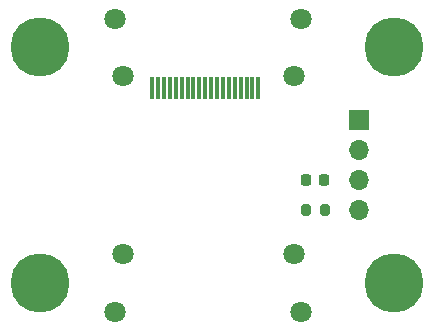
<source format=gbr>
%TF.GenerationSoftware,KiCad,Pcbnew,8.0.5*%
%TF.CreationDate,2024-10-07T21:11:13-07:00*%
%TF.ProjectId,hdmi,68646d69-2e6b-4696-9361-645f70636258,rev?*%
%TF.SameCoordinates,Original*%
%TF.FileFunction,Soldermask,Top*%
%TF.FilePolarity,Negative*%
%FSLAX46Y46*%
G04 Gerber Fmt 4.6, Leading zero omitted, Abs format (unit mm)*
G04 Created by KiCad (PCBNEW 8.0.5) date 2024-10-07 21:11:13*
%MOMM*%
%LPD*%
G01*
G04 APERTURE LIST*
G04 Aperture macros list*
%AMRoundRect*
0 Rectangle with rounded corners*
0 $1 Rounding radius*
0 $2 $3 $4 $5 $6 $7 $8 $9 X,Y pos of 4 corners*
0 Add a 4 corners polygon primitive as box body*
4,1,4,$2,$3,$4,$5,$6,$7,$8,$9,$2,$3,0*
0 Add four circle primitives for the rounded corners*
1,1,$1+$1,$2,$3*
1,1,$1+$1,$4,$5*
1,1,$1+$1,$6,$7*
1,1,$1+$1,$8,$9*
0 Add four rect primitives between the rounded corners*
20,1,$1+$1,$2,$3,$4,$5,0*
20,1,$1+$1,$4,$5,$6,$7,0*
20,1,$1+$1,$6,$7,$8,$9,0*
20,1,$1+$1,$8,$9,$2,$3,0*%
G04 Aperture macros list end*
%ADD10C,5.000000*%
%ADD11R,1.700000X1.700000*%
%ADD12O,1.700000X1.700000*%
%ADD13RoundRect,0.200000X0.200000X0.275000X-0.200000X0.275000X-0.200000X-0.275000X0.200000X-0.275000X0*%
%ADD14R,0.300000X1.900000*%
%ADD15C,1.800000*%
%ADD16RoundRect,0.218750X0.218750X0.256250X-0.218750X0.256250X-0.218750X-0.256250X0.218750X-0.256250X0*%
G04 APERTURE END LIST*
D10*
%TO.C,H2*%
X150000000Y-80000000D03*
%TD*%
D11*
%TO.C,J3*%
X147000000Y-86200000D03*
D12*
X147000000Y-88740000D03*
X147000000Y-91280000D03*
X147000000Y-93820000D03*
%TD*%
D13*
%TO.C,R1*%
X144145000Y-93830000D03*
X142495000Y-93830000D03*
%TD*%
D10*
%TO.C,H4*%
X150000000Y-100000000D03*
%TD*%
%TO.C,H1*%
X120000000Y-80000000D03*
%TD*%
D14*
%TO.C,J1*%
X129500000Y-83500000D03*
X130000000Y-83500000D03*
X130500000Y-83500000D03*
X131000000Y-83500000D03*
X131500000Y-83500000D03*
X132000000Y-83500000D03*
X132500000Y-83500000D03*
X133000000Y-83500000D03*
X133500000Y-83500000D03*
X134000000Y-83500000D03*
X134500000Y-83500000D03*
X135000000Y-83500000D03*
X135500000Y-83500000D03*
X136000000Y-83500000D03*
X136500000Y-83500000D03*
X137000000Y-83500000D03*
X137500000Y-83500000D03*
X138000000Y-83500000D03*
X138500000Y-83500000D03*
D15*
X142100000Y-77600000D03*
X141500000Y-82500000D03*
X127000000Y-82500000D03*
X126400000Y-77600000D03*
%TD*%
D10*
%TO.C,H3*%
X120000000Y-100000000D03*
%TD*%
D16*
%TO.C,D1*%
X144087500Y-91290000D03*
X142512500Y-91290000D03*
%TD*%
D15*
%TO.C,J2*%
X142100000Y-102400000D03*
X141500000Y-97500000D03*
X127000000Y-97500000D03*
X126400000Y-102400000D03*
%TD*%
M02*

</source>
